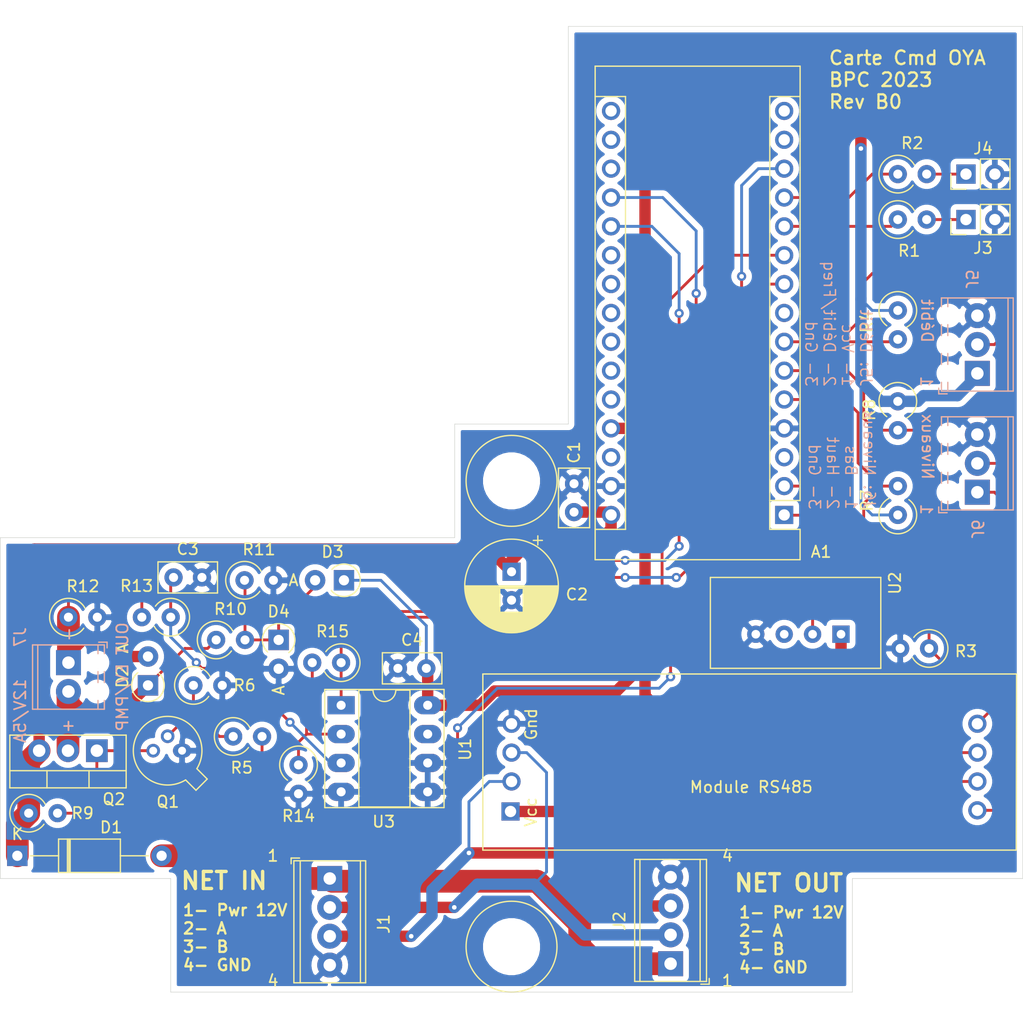
<source format=kicad_pcb>
(kicad_pcb (version 20171130) (host pcbnew "(5.1.9)-1")
  (title_block (title "Carte de commande d'un Oya par RS485") (date 2023-03-24) (rev B0) (company BPC) (comment 2 "Technologie avec modules arduino") (comment 3 "Monitoring de la tension et du courant de la charge") (comment 4 "1 sortie 12V/5A - 2 TOR - 2 débimètres - 2 LEDs - Temp - RS485"))
  (layers (0 F.Cu signal) (31 B.Cu signal) (34 B.Paste user) (35 F.Paste user) (36 B.SilkS user) (37 F.SilkS user) (38 B.Mask user) (39 F.Mask user) (44 Edge.Cuts user))
  (net 0 "")
  (net 1 "Net-(A1-Pad16)")
  (net 2 "Net-(A1-Pad15)")
  (net 3 "Net-(A1-Pad30)")
  (net 4 "Net-(A1-Pad14)")
  (net 5 GND)
  (net 6 "Net-(A1-Pad28)")
  (net 7 Vcc)
  (net 8 "Net-(A1-Pad26)")
  (net 9 IN_LVL_LOW)
  (net 10 "Net-(A1-Pad25)")
  (net 11 IN_LVL_HIGH)
  (net 12 "Net-(A1-Pad24)")
  (net 13 "Net-(A1-Pad8)")
  (net 14 "Net-(A1-Pad23)")
  (net 15 CMD_EV)
  (net 16 "Net-(A1-Pad22)")
  (net 17 "Net-(A1-Pad21)")
  (net 18 TXEN)
  (net 19 "Net-(A1-Pad3)")
  (net 20 "Net-(A1-Pad18)")
  (net 21 RX)
  (net 22 "Net-(A1-Pad17)")
  (net 23 TX)
  (net 24 "Net-(D1-Pad2)")
  (net 25 "Net-(J1-Pad3)")
  (net 26 "Net-(J1-Pad2)")
  (net 27 LED2)
  (net 28 LED1)
  (net 29 FLOW_IN)
  (net 30 "Net-(D2-Pad1)")
  (net 31 "Net-(J3-Pad1)")
  (net 32 "Net-(J4-Pad1)")
  (net 33 "Net-(Q1-Pad3)")
  (net 34 "Net-(Q1-Pad2)")
  (net 35 TEMP)
  (net 36 "Net-(U2-Pad3)")
  (net 37 MES_V)
  (net 38 MES_I)
  (net 39 "Net-(C3-Pad2)")
  (net 40 "Net-(D2-Pad2)")
  (net 41 "Net-(R14-Pad1)")
  (net 42 "Net-(U3-Pad7)")
  (module bpc:BPC_Mod485 (layer F.Cu) (at 146 114 90)
    (fp_text reference U1 (at 5.375 -4.075 90) (layer F.SilkS))
    (fp_text value BPC_Mod485 hide)
    (fp_text user Gnd (at 7.575 1.725 90) (layer F.SilkS))
    (fp_text user Vcc (at -0.15 1.7 90) (layer F.SilkS))
    (fp_text user "Module RS485" (at 2.05 21.1) (layer F.SilkS))
    (pad 8 thru_hole oval (at 0 41 90) (size 1.6 1.6) (drill 1) (layers *.Cu *.Mask) (net 21 RX))
    (pad 7 thru_hole oval (at 2.54 41 90) (size 1.6 1.6) (drill 1) (layers *.Cu *.Mask) (net 18 TXEN))
    (pad 6 thru_hole oval (at 5.08 41 90) (size 1.6 1.6) (drill 1) (layers *.Cu *.Mask) (net 18 TXEN))
    (pad 5 thru_hole oval (at 7.62 41 90) (size 1.6 1.6) (drill 1) (layers *.Cu *.Mask) (net 23 TX))
    (pad 4 thru_hole oval (at 7.62 0 90) (size 1.6 1.6) (drill 1) (layers *.Cu *.Mask) (net 5 GND))
    (pad 3 thru_hole oval (at 5.08 0 90) (size 1.6 1.6) (drill 1) (layers *.Cu *.Mask) (net 26 "Net-(J1-Pad2)"))
    (pad 2 thru_hole oval (at 2.54 0 90) (size 1.6 1.6) (drill 1) (layers *.Cu *.Mask) (net 25 "Net-(J1-Pad3)"))
    (pad 1 thru_hole rect (at -0.1 -0.09 90) (size 1.6 1.6) (drill 1) (layers *.Cu *.Mask) (net 7 Vcc))
  )
  (module Capacitor_THT:C_Disc_D5.0mm_W2.5mm_P2.50mm (layer F.Cu) (at 136 101.5)
    (fp_text reference C4 (at 1.25 -2.5) (layer F.SilkS))
    (fp_text value 100n)
    (pad 2 thru_hole circle (at 2.5 0) (size 1.6 1.6) (drill 0.8) (layers *.Cu *.Mask) (net 7 Vcc))
    (pad 1 thru_hole circle (at 0 0) (size 1.6 1.6) (drill 0.8) (layers *.Cu *.Mask) (net 5 GND))
  )
  (module Package_DIP:DIP-8_W7.62mm_Socket_LongPads (layer F.Cu) (at 131 104.75)
    (fp_text reference U3 (at 3.75 10.25) (layer F.SilkS))
    (fp_text value LM358)
    (pad 8 thru_hole oval (at 7.62 0) (size 2.4 1.6) (drill 0.8) (layers *.Cu *.Mask) (net 7 Vcc))
    (pad 4 thru_hole oval (at 0 7.62) (size 2.4 1.6) (drill 0.8) (layers *.Cu *.Mask) (net 5 GND))
    (pad 7 thru_hole oval (at 7.62 2.54) (size 2.4 1.6) (drill 0.8) (layers *.Cu *.Mask) (net 42 "Net-(U3-Pad7)"))
    (pad 3 thru_hole oval (at 0 5.08) (size 2.4 1.6) (drill 0.8) (layers *.Cu *.Mask) (net 39 "Net-(C3-Pad2)"))
    (pad 6 thru_hole oval (at 7.62 5.08) (size 2.4 1.6) (drill 0.8) (layers *.Cu *.Mask) (net 5 GND))
    (pad 2 thru_hole oval (at 0 2.54) (size 2.4 1.6) (drill 0.8) (layers *.Cu *.Mask) (net 41 "Net-(R14-Pad1)"))
    (pad 5 thru_hole oval (at 7.62 7.62) (size 2.4 1.6) (drill 0.8) (layers *.Cu *.Mask) (net 5 GND))
    (pad 1 thru_hole rect (at 0 0) (size 2.4 1.6) (drill 0.8) (layers *.Cu *.Mask) (net 38 MES_I))
  )
  (module Resistor_THT:R_Axial_DIN0309_L9.0mm_D3.2mm_P2.54mm_Vertical (layer F.Cu) (at 131 101 180)
    (fp_text reference R15 (at 0.75 2.75) (layer F.SilkS))
    (fp_text value 32k)
    (pad 2 thru_hole oval (at 2.54 0 180) (size 1.6 1.6) (drill 0.8) (layers *.Cu *.Mask) (net 41 "Net-(R14-Pad1)"))
    (pad 1 thru_hole circle (at 0 0 180) (size 1.6 1.6) (drill 0.8) (layers *.Cu *.Mask) (net 38 MES_I))
  )
  (module Resistor_THT:R_Axial_DIN0309_L9.0mm_D3.2mm_P2.54mm_Vertical (layer F.Cu) (at 127.25 110 270)
    (fp_text reference R14 (at 4.5 0 180) (layer F.SilkS))
    (fp_text value 1k)
    (pad 2 thru_hole oval (at 2.54 0 270) (size 1.6 1.6) (drill 0.8) (layers *.Cu *.Mask) (net 5 GND))
    (pad 1 thru_hole circle (at 0 0 270) (size 1.6 1.6) (drill 0.8) (layers *.Cu *.Mask) (net 41 "Net-(R14-Pad1)"))
  )
  (module Resistor_THT:R_Axial_DIN0309_L9.0mm_D3.2mm_P2.54mm_Vertical (layer F.Cu) (at 116 97 180)
    (fp_text reference R13 (at 3 2.75) (layer F.SilkS))
    (fp_text value 10k)
    (pad 2 thru_hole oval (at 2.54 0 180) (size 1.6 1.6) (drill 0.8) (layers *.Cu *.Mask) (net 40 "Net-(D2-Pad2)"))
    (pad 1 thru_hole circle (at 0 0 180) (size 1.6 1.6) (drill 0.8) (layers *.Cu *.Mask) (net 39 "Net-(C3-Pad2)"))
  )
  (module Resistor_THT:R_Axial_DIN0309_L9.0mm_D3.2mm_P2.54mm_Vertical (layer F.Cu) (at 107 97)
    (fp_text reference R12 (at 1.27 -2.72) (layer F.SilkS))
    (fp_text value 30mR)
    (pad 2 thru_hole oval (at 2.54 0) (size 1.6 1.6) (drill 0.8) (layers *.Cu *.Mask) (net 5 GND))
    (pad 1 thru_hole circle (at 0 0) (size 1.6 1.6) (drill 0.8) (layers *.Cu *.Mask) (net 40 "Net-(D2-Pad2)"))
  )
  (module Resistor_THT:R_Axial_DIN0309_L9.0mm_D3.2mm_P2.54mm_Vertical (layer F.Cu) (at 122.5 93.75)
    (fp_text reference R11 (at 1.27 -2.72) (layer F.SilkS))
    (fp_text value 40k)
    (pad 2 thru_hole oval (at 2.54 0) (size 1.6 1.6) (drill 0.8) (layers *.Cu *.Mask) (net 5 GND))
    (pad 1 thru_hole circle (at 0 0) (size 1.6 1.6) (drill 0.8) (layers *.Cu *.Mask) (net 37 MES_V))
  )
  (module Resistor_THT:R_Axial_DIN0309_L9.0mm_D3.2mm_P2.54mm_Vertical (layer F.Cu) (at 120 99)
    (fp_text reference R10 (at 1.27 -2.72) (layer F.SilkS))
    (fp_text value 100k)
    (pad 2 thru_hole oval (at 2.54 0) (size 1.6 1.6) (drill 0.8) (layers *.Cu *.Mask) (net 37 MES_V))
    (pad 1 thru_hole circle (at 0 0) (size 1.6 1.6) (drill 0.8) (layers *.Cu *.Mask) (net 30 "Net-(D2-Pad1)"))
  )
  (module Diode_THT:D_A-405_P2.54mm_Vertical_AnodeUp (layer F.Cu) (at 125.5 99 270)
    (fp_text reference D4 (at -2.5 0 180) (layer F.SilkS))
    (fp_text value D)
    (fp_text user A (at 4.44 0 90) (layer F.SilkS))
    (pad 2 thru_hole oval (at 2.54 0 270) (size 1.8 1.8) (drill 0.9) (layers *.Cu *.Mask) (net 5 GND))
    (pad 1 thru_hole rect (at 0 0 270) (size 1.8 1.8) (drill 0.9) (layers *.Cu *.Mask) (net 37 MES_V))
  )
  (module Diode_THT:D_A-405_P2.54mm_Vertical_AnodeUp (layer F.Cu) (at 131.25 93.75 180)
    (fp_text reference D3 (at 1 2.5) (layer F.SilkS))
    (fp_text value D)
    (fp_text user A (at 4.44 0) (layer F.SilkS))
    (pad 2 thru_hole oval (at 2.54 0 180) (size 1.8 1.8) (drill 0.9) (layers *.Cu *.Mask) (net 37 MES_V))
    (pad 1 thru_hole rect (at 0 0 180) (size 1.8 1.8) (drill 0.9) (layers *.Cu *.Mask) (net 7 Vcc))
  )
  (module Capacitor_THT:C_Disc_D5.0mm_W2.5mm_P2.50mm (layer F.Cu) (at 118.75 93.5 180)
    (fp_text reference C3 (at 1.25 2.5) (layer F.SilkS))
    (fp_text value 100n)
    (pad 2 thru_hole circle (at 2.5 0 180) (size 1.6 1.6) (drill 0.8) (layers *.Cu *.Mask) (net 39 "Net-(C3-Pad2)"))
    (pad 1 thru_hole circle (at 0 0 180) (size 1.6 1.6) (drill 0.8) (layers *.Cu *.Mask) (net 5 GND))
  )
  (module bpc:BPC_DHT22 (layer F.Cu) (at 175 98.5 270)
    (fp_text reference U2 (at -4.5 -4.75 90) (layer F.SilkS))
    (fp_text value BPC_DHT22)
    (pad 4 thru_hole circle (at 0 7.5 270) (size 1.524 1.524) (drill 0.762) (layers *.Cu *.Mask) (net 5 GND))
    (pad 3 thru_hole circle (at 0 5 270) (size 1.524 1.524) (drill 0.762) (layers *.Cu *.Mask) (net 36 "Net-(U2-Pad3)"))
    (pad 2 thru_hole circle (at 0 2.5 270) (size 1.524 1.524) (drill 0.762) (layers *.Cu *.Mask) (net 35 TEMP))
    (pad 1 thru_hole rect (at 0 0 270) (size 1.524 1.524) (drill 0.762) (layers *.Cu *.Mask) (net 7 Vcc))
  )
  (module Resistor_THT:R_Axial_DIN0309_L9.0mm_D3.2mm_P2.54mm_Vertical (layer F.Cu) (at 180 78 270)
    (fp_text reference R8 (at 0.75 2.5 90) (layer F.SilkS))
    (fp_text value 100k)
    (pad 2 thru_hole oval (at 2.54 0 270) (size 1.6 1.6) (drill 0.8) (layers *.Cu *.Mask) (net 11 IN_LVL_HIGH))
    (pad 1 thru_hole circle (at 0 0 270) (size 1.6 1.6) (drill 0.8) (layers *.Cu *.Mask) (net 7 Vcc))
  )
  (module Resistor_THT:R_Axial_DIN0309_L9.0mm_D3.2mm_P2.54mm_Vertical (layer F.Cu) (at 180 88 90)
    (fp_text reference R7 (at 1.27 -2.72 90) (layer F.SilkS))
    (fp_text value 100k)
    (pad 2 thru_hole oval (at 2.54 0 90) (size 1.6 1.6) (drill 0.8) (layers *.Cu *.Mask) (net 9 IN_LVL_LOW))
    (pad 1 thru_hole circle (at 0 0 90) (size 1.6 1.6) (drill 0.8) (layers *.Cu *.Mask) (net 7 Vcc))
  )
  (module Resistor_THT:R_Axial_DIN0309_L9.0mm_D3.2mm_P2.54mm_Vertical (layer F.Cu) (at 180 70 270)
    (fp_text reference R4 (at 1 2.75 90) (layer F.SilkS))
    (fp_text value 100k)
    (pad 2 thru_hole oval (at 2.54 0 270) (size 1.6 1.6) (drill 0.8) (layers *.Cu *.Mask) (net 29 FLOW_IN))
    (pad 1 thru_hole circle (at 0 0 270) (size 1.6 1.6) (drill 0.8) (layers *.Cu *.Mask) (net 7 Vcc))
  )
  (module Resistor_THT:R_Axial_DIN0309_L9.0mm_D3.2mm_P2.54mm_Vertical (layer F.Cu) (at 182.75 99.75 180)
    (fp_text reference R3 (at -3.25 -0.25) (layer F.SilkS))
    (fp_text value 100k)
    (pad 2 thru_hole oval (at 2.54 0 180) (size 1.6 1.6) (drill 0.8) (layers *.Cu *.Mask) (net 5 GND))
    (pad 1 thru_hole circle (at 0 0 180) (size 1.6 1.6) (drill 0.8) (layers *.Cu *.Mask) (net 18 TXEN))
  )
  (module Resistor_THT:R_Axial_DIN0309_L9.0mm_D3.2mm_P2.54mm_Vertical (layer F.Cu) (at 180 58)
    (fp_text reference R2 (at 1.27 -2.72) (layer F.SilkS))
    (fp_text value 150)
    (pad 2 thru_hole oval (at 2.54 0) (size 1.6 1.6) (drill 0.8) (layers *.Cu *.Mask) (net 32 "Net-(J4-Pad1)"))
    (pad 1 thru_hole circle (at 0 0) (size 1.6 1.6) (drill 0.8) (layers *.Cu *.Mask) (net 27 LED2))
  )
  (module Resistor_THT:R_Axial_DIN0309_L9.0mm_D3.2mm_P2.54mm_Vertical (layer F.Cu) (at 180 62)
    (fp_text reference R1 (at 1 2.75) (layer F.SilkS))
    (fp_text value 150)
    (pad 2 thru_hole oval (at 2.54 0) (size 1.6 1.6) (drill 0.8) (layers *.Cu *.Mask) (net 31 "Net-(J3-Pad1)"))
    (pad 1 thru_hole circle (at 0 0) (size 1.6 1.6) (drill 0.8) (layers *.Cu *.Mask) (net 28 LED1))
  )
  (module TerminalBlock_Phoenix:TerminalBlock_Phoenix_MPT-0,5-3-2.54_1x03_P2.54mm_Horizontal (layer B.Cu) (at 187 86 90)
    (fp_text reference J6 (at -3.25 0 270 unlocked) (layer B.SilkS) (effects (justify mirror)))
    (fp_text value Niveau)
    (pad "" np_thru_hole circle (at 5.08 -2.54 90) (size 1.1 1.1) (drill 1.1) (layers *.Cu *.Mask))
    (pad 3 thru_hole circle (at 5.08 0 90) (size 2.2 2.2) (drill 1.1) (layers *.Cu *.Mask) (net 5 GND))
    (pad "" np_thru_hole circle (at 2.54 -2.54 90) (size 1.1 1.1) (drill 1.1) (layers *.Cu *.Mask))
    (pad 2 thru_hole circle (at 2.54 0 90) (size 2.2 2.2) (drill 1.1) (layers *.Cu *.Mask) (net 11 IN_LVL_HIGH))
    (pad "" np_thru_hole circle (at 0 -2.54 90) (size 1.1 1.1) (drill 1.1) (layers *.Cu *.Mask))
    (pad 1 thru_hole rect (at 0 0 90) (size 2.2 2.2) (drill 1.1) (layers *.Cu *.Mask) (net 9 IN_LVL_LOW))
  )
  (module TerminalBlock_Phoenix:TerminalBlock_Phoenix_MPT-0,5-3-2.54_1x03_P2.54mm_Horizontal (layer B.Cu) (at 187 75.54 90)
    (fp_text reference J5 (at 8.29 -0.5 270 unlocked) (layer B.SilkS) (effects (justify mirror)))
    (fp_text value Debit)
    (pad "" np_thru_hole circle (at 5.08 -2.54 90) (size 1.1 1.1) (drill 1.1) (layers *.Cu *.Mask))
    (pad 3 thru_hole circle (at 5.08 0 90) (size 2.2 2.2) (drill 1.1) (layers *.Cu *.Mask) (net 5 GND))
    (pad "" np_thru_hole circle (at 2.54 -2.54 90) (size 1.1 1.1) (drill 1.1) (layers *.Cu *.Mask))
    (pad 2 thru_hole circle (at 2.54 0 90) (size 2.2 2.2) (drill 1.1) (layers *.Cu *.Mask) (net 29 FLOW_IN))
    (pad "" np_thru_hole circle (at 0 -2.54 90) (size 1.1 1.1) (drill 1.1) (layers *.Cu *.Mask))
    (pad 1 thru_hole rect (at 0 0 90) (size 2.2 2.2) (drill 1.1) (layers *.Cu *.Mask) (net 7 Vcc))
  )
  (module Connector_PinHeader_2.54mm:PinHeader_1x02_P2.54mm_Vertical (layer F.Cu) (at 186 58 90)
    (fp_text reference J4 (at 2.25 1.5 180) (layer F.SilkS))
    (fp_text value LED)
    (pad 2 thru_hole oval (at 0 2.54 90) (size 1.7 1.7) (drill 1) (layers *.Cu *.Mask) (net 5 GND))
    (pad 1 thru_hole rect (at 0 0 90) (size 1.7 1.7) (drill 1) (layers *.Cu *.Mask) (net 32 "Net-(J4-Pad1)"))
  )
  (module Connector_PinHeader_2.54mm:PinHeader_1x02_P2.54mm_Vertical (layer F.Cu) (at 186 62 90)
    (fp_text reference J3 (at -2.5 1.5 180) (layer F.SilkS))
    (fp_text value LED)
    (pad 2 thru_hole oval (at 0 2.54 90) (size 1.7 1.7) (drill 1) (layers *.Cu *.Mask) (net 5 GND))
    (pad 1 thru_hole rect (at 0 0 90) (size 1.7 1.7) (drill 1) (layers *.Cu *.Mask) (net 31 "Net-(J3-Pad1)"))
  )
  (module Diode_THT:D_A-405_P2.54mm_Vertical_AnodeUp (layer F.Cu) (at 114 103 90)
    (fp_text reference D2 (at 0.75 -2.25 90) (layer F.SilkS))
    (fp_text value D)
    (fp_text user A (at 3.25 -2.25 90) (layer F.SilkS))
    (pad 2 thru_hole oval (at 2.54 0 90) (size 1.8 1.8) (drill 0.9) (layers *.Cu *.Mask) (net 40 "Net-(D2-Pad2)"))
    (pad 1 thru_hole rect (at 0 0 90) (size 1.8 1.8) (drill 0.9) (layers *.Cu *.Mask) (net 30 "Net-(D2-Pad1)"))
  )
  (module Capacitor_THT:C_Disc_D5.0mm_W2.5mm_P2.50mm (layer F.Cu) (at 151.5 85.25 270)
    (fp_text reference C1 (at -2.75 0 90) (layer F.SilkS))
    (fp_text value 10n)
    (pad 2 thru_hole circle (at 2.5 0 270) (size 1.6 1.6) (drill 0.8) (layers *.Cu *.Mask) (net 3 "Net-(A1-Pad30)"))
    (pad 1 thru_hole circle (at 0 0 270) (size 1.6 1.6) (drill 0.8) (layers *.Cu *.Mask) (net 5 GND))
  )
  (module bpc:BPC_Trou4mm_Fixation (layer F.Cu) (at 146 126)
    (fp_text reference REF** hide)
    (fp_text value BPC_Trou4mm_Fixation)
    (pad "" np_thru_hole circle (at 0 0) (size 4 4) (drill 4) (layers *.Cu *.Mask))
  )
  (module Resistor_THT:R_Axial_DIN0309_L9.0mm_D3.2mm_P2.54mm_Vertical (layer F.Cu) (at 103.5 114.25)
    (fp_text reference R9 (at 4.75 0) (layer F.SilkS))
    (fp_text value 100k)
    (pad 2 thru_hole oval (at 2.54 0) (size 1.6 1.6) (drill 0.8) (layers *.Cu *.Mask) (net 33 "Net-(Q1-Pad3)"))
    (pad 1 thru_hole circle (at 0 0) (size 1.6 1.6) (drill 0.8) (layers *.Cu *.Mask) (net 3 "Net-(A1-Pad30)"))
  )
  (module Resistor_THT:R_Axial_DIN0309_L9.0mm_D3.2mm_P2.54mm_Vertical (layer F.Cu) (at 118 103)
    (fp_text reference R6 (at 4.5 0) (layer F.SilkS))
    (fp_text value 100k)
    (pad 2 thru_hole oval (at 2.54 0) (size 1.6 1.6) (drill 0.8) (layers *.Cu *.Mask) (net 5 GND))
    (pad 1 thru_hole circle (at 0 0) (size 1.6 1.6) (drill 0.8) (layers *.Cu *.Mask) (net 34 "Net-(Q1-Pad2)"))
  )
  (module Resistor_THT:R_Axial_DIN0309_L9.0mm_D3.2mm_P2.54mm_Vertical (layer F.Cu) (at 121.5 107.5)
    (fp_text reference R5 (at 0.75 2.75) (layer F.SilkS))
    (fp_text value 100)
    (pad 2 thru_hole oval (at 2.54 0) (size 1.6 1.6) (drill 0.8) (layers *.Cu *.Mask) (net 15 CMD_EV))
    (pad 1 thru_hole circle (at 0 0) (size 1.6 1.6) (drill 0.8) (layers *.Cu *.Mask) (net 34 "Net-(Q1-Pad2)"))
  )
  (module Package_TO_SOT_THT:TO-220-3_Vertical (layer F.Cu) (at 109.5 108.75 180)
    (fp_text reference Q2 (at -1.5 -4.27) (layer F.SilkS))
    (fp_text value P03P4L-04)
    (pad 3 thru_hole oval (at 5.08 0 180) (size 1.905 2) (drill 1.1) (layers *.Cu *.Mask) (net 3 "Net-(A1-Pad30)"))
    (pad 2 thru_hole oval (at 2.54 0 180) (size 1.905 2) (drill 1.1) (layers *.Cu *.Mask) (net 30 "Net-(D2-Pad1)"))
    (pad 1 thru_hole rect (at 0 0 180) (size 1.905 2) (drill 1.1) (layers *.Cu *.Mask) (net 33 "Net-(Q1-Pad3)"))
  )
  (module Package_TO_SOT_THT:TO-18-3 (layer F.Cu) (at 117 108.75 180)
    (fp_text reference Q1 (at 1.25 -4.5) (layer F.SilkS))
    (fp_text value BPC_2N2222A)
    (pad 3 thru_hole oval (at 2.54 0 180) (size 1.2 1.2) (drill 0.7) (layers *.Cu *.Mask) (net 33 "Net-(Q1-Pad3)"))
    (pad 2 thru_hole oval (at 1.27 1.27 180) (size 1.2 1.2) (drill 0.7) (layers *.Cu *.Mask) (net 34 "Net-(Q1-Pad2)"))
    (pad 1 thru_hole oval (at 0 0 180) (size 1.6 1.2) (drill 0.7) (layers *.Cu *.Mask) (net 5 GND))
  )
  (module TerminalBlock_Phoenix:TerminalBlock_Phoenix_MPT-0,5-2-2.54_1x02_P2.54mm_Horizontal (layer B.Cu) (at 107 101 270)
    (fp_text reference J7 (at -2.25 4.25 270) (layer B.SilkS) (effects (justify mirror)))
    (fp_text value "Electrovanne 12V")
    (pad "" np_thru_hole circle (at 2.54 -2.54 270) (size 1.1 1.1) (drill 1.1) (layers *.Cu *.Mask))
    (pad 2 thru_hole circle (at 2.54 0 270) (size 2.2 2.2) (drill 1.1) (layers *.Cu *.Mask) (net 30 "Net-(D2-Pad1)"))
    (pad "" np_thru_hole circle (at 0 -2.54 270) (size 1.1 1.1) (drill 1.1) (layers *.Cu *.Mask))
    (pad 1 thru_hole rect (at 0 0 270) (size 2.2 2.2) (drill 1.1) (layers *.Cu *.Mask) (net 40 "Net-(D2-Pad2)"))
  )
  (module TerminalBlock_Phoenix:TerminalBlock_Phoenix_MPT-0,5-4-2.54_1x04_P2.54mm_Horizontal (layer F.Cu) (at 160 127.5 90)
    (fp_text reference J2 (at 3.75 -4.5 90) (layer F.SilkS))
    (fp_text value "NETWORK OUT")
    (pad 4 thru_hole circle (at 7.62 0 90) (size 2.2 2.2) (drill 1.1) (layers *.Cu *.Mask) (net 5 GND))
    (pad 3 thru_hole circle (at 5.08 0 90) (size 2.2 2.2) (drill 1.1) (layers *.Cu *.Mask) (net 25 "Net-(J1-Pad3)"))
    (pad 2 thru_hole circle (at 2.54 0 90) (size 2.2 2.2) (drill 1.1) (layers *.Cu *.Mask) (net 26 "Net-(J1-Pad2)"))
    (pad 1 thru_hole rect (at 0 0 90) (size 2.2 2.2) (drill 1.1) (layers *.Cu *.Mask) (net 24 "Net-(D1-Pad2)"))
  )
  (module TerminalBlock_Phoenix:TerminalBlock_Phoenix_MPT-0,5-4-2.54_1x04_P2.54mm_Horizontal (layer F.Cu) (at 130 120 270)
    (fp_text reference J1 (at 4 -4.75 90) (layer F.SilkS))
    (fp_text value "NETWORK IN")
    (pad 4 thru_hole circle (at 7.62 0 270) (size 2.2 2.2) (drill 1.1) (layers *.Cu *.Mask) (net 5 GND))
    (pad 3 thru_hole circle (at 5.08 0 270) (size 2.2 2.2) (drill 1.1) (layers *.Cu *.Mask) (net 25 "Net-(J1-Pad3)"))
    (pad 2 thru_hole circle (at 2.54 0 270) (size 2.2 2.2) (drill 1.1) (layers *.Cu *.Mask) (net 26 "Net-(J1-Pad2)"))
    (pad 1 thru_hole rect (at 0 0 270) (size 2.2 2.2) (drill 1.1) (layers *.Cu *.Mask) (net 24 "Net-(D1-Pad2)"))
  )
  (module bpc:BPC_Trou4mm_Fixation (layer F.Cu) (at 146 85)
    (fp_text reference REF** hide)
    (fp_text value BPC_Trou4mm_Fixation)
    (pad "" np_thru_hole circle (at 0 0) (size 4 4) (drill 4) (layers *.Cu *.Mask))
  )
  (module bpc:BPC_Arduino_Nano (layer F.Cu) (at 170 88 180)
    (fp_text reference A1 (at -3.25 -3.25) (layer F.SilkS))
    (fp_text value Arduino_Nano_v2.x)
    (pad 16 thru_hole oval (at 15.24 35.56 180) (size 1.6 1.6) (drill 1) (layers *.Cu *.Mask) (net 1 "Net-(A1-Pad16)"))
    (pad 15 thru_hole oval (at 0 35.56 180) (size 1.6 1.6) (drill 1) (layers *.Cu *.Mask) (net 2 "Net-(A1-Pad15)"))
    (pad 30 thru_hole oval (at 15.24 0 180) (size 1.6 1.6) (drill 1) (layers *.Cu *.Mask) (net 3 "Net-(A1-Pad30)"))
    (pad 14 thru_hole oval (at 0 33.02 180) (size 1.6 1.6) (drill 1) (layers *.Cu *.Mask) (net 4 "Net-(A1-Pad14)"))
    (pad 29 thru_hole oval (at 15.24 2.54 180) (size 1.6 1.6) (drill 1) (layers *.Cu *.Mask) (net 5 GND))
    (pad 13 thru_hole oval (at 0 30.48 180) (size 1.6 1.6) (drill 1) (layers *.Cu *.Mask) (net 35 TEMP))
    (pad 28 thru_hole oval (at 15.24 5.08 180) (size 1.6 1.6) (drill 1) (layers *.Cu *.Mask) (net 6 "Net-(A1-Pad28)"))
    (pad 12 thru_hole oval (at 0 27.94 180) (size 1.6 1.6) (drill 1) (layers *.Cu *.Mask) (net 27 LED2))
    (pad 27 thru_hole oval (at 15.24 7.62 180) (size 1.6 1.6) (drill 1) (layers *.Cu *.Mask) (net 7 Vcc))
    (pad 11 thru_hole oval (at 0 25.4 180) (size 1.6 1.6) (drill 1) (layers *.Cu *.Mask) (net 28 LED1))
    (pad 26 thru_hole oval (at 15.24 10.16 180) (size 1.6 1.6) (drill 1) (layers *.Cu *.Mask) (net 8 "Net-(A1-Pad26)"))
    (pad 10 thru_hole oval (at 0 22.86 180) (size 1.6 1.6) (drill 1) (layers *.Cu *.Mask) (net 15 CMD_EV))
    (pad 25 thru_hole oval (at 15.24 12.7 180) (size 1.6 1.6) (drill 1) (layers *.Cu *.Mask) (net 10 "Net-(A1-Pad25)"))
    (pad 9 thru_hole oval (at 0 20.32 180) (size 1.6 1.6) (drill 1) (layers *.Cu *.Mask) (net 18 TXEN))
    (pad 24 thru_hole oval (at 15.24 15.24 180) (size 1.6 1.6) (drill 1) (layers *.Cu *.Mask) (net 12 "Net-(A1-Pad24)"))
    (pad 8 thru_hole oval (at 0 17.78 180) (size 1.6 1.6) (drill 1) (layers *.Cu *.Mask) (net 13 "Net-(A1-Pad8)"))
    (pad 23 thru_hole oval (at 15.24 17.78 180) (size 1.6 1.6) (drill 1) (layers *.Cu *.Mask) (net 14 "Net-(A1-Pad23)"))
    (pad 7 thru_hole oval (at 0 15.24 180) (size 1.6 1.6) (drill 1) (layers *.Cu *.Mask) (net 29 FLOW_IN))
    (pad 22 thru_hole oval (at 15.24 20.32 180) (size 1.6 1.6) (drill 1) (layers *.Cu *.Mask) (net 16 "Net-(A1-Pad22)"))
    (pad 6 thru_hole oval (at 0 12.7 180) (size 1.6 1.6) (drill 1) (layers *.Cu *.Mask) (net 11 IN_LVL_HIGH))
    (pad 21 thru_hole oval (at 15.24 22.86 180) (size 1.6 1.6) (drill 1) (layers *.Cu *.Mask) (net 17 "Net-(A1-Pad21)"))
    (pad 5 thru_hole oval (at 0 10.16 180) (size 1.6 1.6) (drill 1) (layers *.Cu *.Mask) (net 9 IN_LVL_LOW))
    (pad 20 thru_hole oval (at 15.24 25.4 180) (size 1.6 1.6) (drill 1) (layers *.Cu *.Mask) (net 37 MES_V))
    (pad 4 thru_hole oval (at 0 7.62 180) (size 1.6 1.6) (drill 1) (layers *.Cu *.Mask) (net 5 GND))
    (pad 19 thru_hole oval (at 15.24 27.94 180) (size 1.6 1.6) (drill 1) (layers *.Cu *.Mask) (net 38 MES_I))
    (pad 3 thru_hole oval (at 0 5.08 180) (size 1.6 1.6) (drill 1) (layers *.Cu *.Mask) (net 19 "Net-(A1-Pad3)"))
    (pad 18 thru_hole oval (at 15.24 30.48 180) (size 1.6 1.6) (drill 1) (layers *.Cu *.Mask) (net 20 "Net-(A1-Pad18)"))
    (pad 2 thru_hole oval (at 0 2.54 180) (size 1.6 1.6) (drill 1) (layers *.Cu *.Mask) (net 21 RX))
    (pad 17 thru_hole oval (at 15.24 33.02 180) (size 1.6 1.6) (drill 1) (layers *.Cu *.Mask) (net 22 "Net-(A1-Pad17)"))
    (pad 1 thru_hole rect (at 0 0 180) (size 1.6 1.6) (drill 1) (layers *.Cu *.Mask) (net 23 TX))
  )
  (module Capacitor_THT:CP_Radial_D8.0mm_P2.50mm (layer F.Cu) (at 146 93 270)
    (fp_text reference C2 (at 2 -5.75 180) (layer F.SilkS))
    (fp_text value 10µF)
    (pad 2 thru_hole circle (at 2.5 0 270) (size 1.6 1.6) (drill 0.8) (layers *.Cu *.Mask) (net 5 GND))
    (pad 1 thru_hole rect (at 0 0 270) (size 1.6 1.6) (drill 0.8) (layers *.Cu *.Mask) (net 3 "Net-(A1-Pad30)"))
  )
  (module Diode_THT:D_A-405_P12.70mm_Horizontal (layer F.Cu) (at 102.5 118)
    (fp_text reference D1 (at 8.25 -2.5) (layer F.SilkS))
    (fp_text value D)
    (fp_text user K (at 0 -1.9) (layer F.SilkS))
    (pad 2 thru_hole oval (at 12.7 0) (size 1.8 1.8) (drill 0.9) (layers *.Cu *.Mask) (net 24 "Net-(D1-Pad2)"))
    (pad 1 thru_hole rect (at 0 0) (size 1.8 1.8) (drill 0.9) (layers *.Cu *.Mask) (net 3 "Net-(A1-Pad30)"))
  )
  (gr_text "1- Pwr 12V\n2- A\n3- B\n4- GND" (at 165.925 125.4) (layer F.SilkS) (effects (font (size 1 1) (thickness 0.2)) (justify left)))
  (gr_text Niveaux (at 182.625 82 -90) (layer B.SilkS) (effects (font (size 1 1)) (justify mirror)))
  (gr_text "J5: Débit\n1- Vcc\n2- Débit/Freq\n3- Gnd" (at 174.775 76.775 -90) (layer B.SilkS) (effects (font (size 1 1) (thickness 0.125)) (justify left mirror)))
  (gr_text 1 (at 182.5 87.5 270) (layer B.SilkS) (effects (font (size 1 1)) (justify mirror)))
  (gr_text 1 (at 182.5 76.25 270) (layer B.SilkS) (effects (font (size 1 1)) (justify mirror)))
  (gr_text "J6: Niveaux\n1- Bas\n2- Haut\n3- Gnd" (at 175.075 87.6 -90) (layer B.SilkS) (effects (font (size 1 1) (thickness 0.125)) (justify left mirror)))
  (gr_text 12V/5A (at 102.75 105.25 90) (layer B.SilkS) (effects (font (size 1 1)) (justify mirror)))
  (gr_text - (at 107 98.5 90) (layer B.SilkS) (effects (font (size 1 1)) (justify mirror)))
  (gr_text + (at 107 106.5) (layer B.SilkS) (effects (font (size 1 1)) (justify mirror)))
  (gr_text "OUT EV/PMP" (at 111.75 102.25 90) (layer B.SilkS) (effects (font (size 1 1)) (justify mirror)))
  (gr_text "NET OUT" (at 170.4 120.4) (layer F.SilkS) (effects (font (size 1.5 1.5) (thickness 0.3))))
  (gr_text 4 (at 165 118) (layer F.SilkS) (effects (font (size 1 1))))
  (gr_text 1 (at 165 129) (layer F.SilkS) (effects (font (size 1 1))))
  (gr_text 4 (at 125 129) (layer F.SilkS) (effects (font (size 1 1))))
  (gr_text 1 (at 125 118) (layer F.SilkS) (effects (font (size 1 1))))
  (gr_text "NET IN" (at 120.7 120.2) (layer F.SilkS) (effects (font (size 1.5 1.5) (thickness 0.3))))
  (gr_line (start 141 80) (end 151 80) (layer Edge.Cuts) (width 0.05))
  (gr_line (start 141 90) (end 141 80) (layer Edge.Cuts) (width 0.05))
  (gr_line (start 151 45) (end 151 80) (layer Edge.Cuts) (width 0.05))
  (gr_line (start 176 120) (end 191 120) (layer Edge.Cuts) (width 0.05))
  (gr_line (start 176 130) (end 176 120) (layer Edge.Cuts) (width 0.05))
  (gr_line (start 116 130) (end 176 130) (layer Edge.Cuts) (width 0.05))
  (gr_line (start 116 120) (end 116 130) (layer Edge.Cuts) (width 0.05))
  (gr_line (start 101 120) (end 116 120) (layer Edge.Cuts) (width 0.05))
  (gr_text Débit (at 182.575 70.925 -90) (layer B.SilkS) (effects (font (size 1 1)) (justify mirror)))
  (gr_text "Carte Cmd OYA\nBPC 2023\nRev B0" (at 173.825 49.7) (layer F.SilkS) (effects (font (size 1.2 1.2) (thickness 0.2)) (justify left)))
  (gr_text "1- Pwr 12V\n2- A\n3- B\n4- GND" (at 116.975 125.2) (layer F.SilkS) (effects (font (size 1 1) (thickness 0.2)) (justify left)))
  (gr_line (start 191 45) (end 151 45) (layer Edge.Cuts) (width 0.05))
  (gr_line (start 191 120) (end 191 45) (layer Edge.Cuts) (width 0.05))
  (gr_line (start 101 90) (end 141 90) (layer Edge.Cuts) (width 0.05))
  (gr_line (start 101 120) (end 101 90) (layer Edge.Cuts) (width 0.05))
  (segment (start 102.5 115.25) (end 103.5 114.25) (width 2) (layer F.Cu) (net 3))
  (segment (start 102.5 118) (end 102.5 115.25) (width 2) (layer F.Cu) (net 3))
  (segment (start 103.5 109.67) (end 104.42 108.75) (width 2) (layer F.Cu) (net 3))
  (segment (start 103.5 114.25) (end 103.5 109.67) (width 2) (layer F.Cu) (net 3))
  (segment (start 104 91) (end 144 91) (width 1) (layer F.Cu) (net 3))
  (segment (start 103 92) (end 104 91) (width 1) (layer F.Cu) (net 3))
  (segment (start 144 91) (end 146 93) (width 1) (layer F.Cu) (net 3))
  (segment (start 103 105) (end 103 92) (width 1) (layer F.Cu) (net 3))
  (segment (start 104.42 106.42) (end 103 105) (width 1) (layer F.Cu) (net 3))
  (segment (start 104.42 108.75) (end 104.42 106.42) (width 1) (layer F.Cu) (net 3))
  (segment (start 146 93) (end 146 92) (width 1) (layer F.Cu) (net 3))
  (segment (start 146 92) (end 147 91) (width 1) (layer F.Cu) (net 3))
  (segment (start 147 91) (end 153 91) (width 1) (layer F.Cu) (net 3))
  (segment (start 154.76 89.24) (end 154.76 88) (width 1) (layer F.Cu) (net 3))
  (segment (start 153 91) (end 154.76 89.24) (width 1) (layer F.Cu) (net 3))
  (segment (start 154.51 87.75) (end 154.76 88) (width 1) (layer F.Cu) (net 3))
  (segment (start 151.5 87.75) (end 154.51 87.75) (width 1) (layer F.Cu) (net 3))
  (segment (start 156.15 114.1) (end 145.91 114.1) (width 1) (layer F.Cu) (net 7))
  (segment (start 157.75 112.5) (end 156.15 114.1) (width 1) (layer F.Cu) (net 7))
  (segment (start 156.38 80.38) (end 157.75 81.75) (width 1) (layer F.Cu) (net 7))
  (segment (start 154.76 80.38) (end 156.38 80.38) (width 1) (layer F.Cu) (net 7))
  (segment (start 180 88) (end 177.75 88) (width 0.25) (layer B.Cu) (net 7))
  (segment (start 177.75 88) (end 176.75 87) (width 0.25) (layer B.Cu) (net 7))
  (segment (start 177.75 70) (end 180 70) (width 0.25) (layer B.Cu) (net 7))
  (via (at 176.75 55.75) (size 0.8) (drill 0.4) (layers F.Cu B.Cu) (net 7))
  (segment (start 180 78) (end 178.5 78) (width 1) (layer B.Cu) (net 7))
  (segment (start 176.75 76.25) (end 176.75 76) (width 0.25) (layer B.Cu) (net 7))
  (segment (start 178.5 78) (end 176.75 76.25) (width 1) (layer B.Cu) (net 7))
  (segment (start 176.75 76) (end 176.75 71) (width 1) (layer B.Cu) (net 7))
  (segment (start 176.75 87) (end 176.75 76) (width 0.25) (layer B.Cu) (net 7))
  (segment (start 177.75 70) (end 176.75 69) (width 0.25) (layer B.Cu) (net 7))
  (segment (start 176.75 69) (end 176.75 55.75) (width 1) (layer B.Cu) (net 7))
  (segment (start 176.75 71) (end 176.75 69) (width 1) (layer B.Cu) (net 7))
  (segment (start 180 78) (end 181.75 78) (width 1) (layer B.Cu) (net 7))
  (segment (start 181.75 78) (end 182.25 77.5) (width 1) (layer B.Cu) (net 7))
  (segment (start 187 75.54) (end 187 75.75) (width 1) (layer B.Cu) (net 7))
  (segment (start 187 75.75) (end 185.25 77.5) (width 1) (layer B.Cu) (net 7))
  (segment (start 182.25 77.5) (end 185.25 77.5) (width 1) (layer B.Cu) (net 7))
  (segment (start 176.75 55.75) (end 176.75 50.25) (width 1) (layer F.Cu) (net 7))
  (segment (start 176.75 50.25) (end 174.25 47.75) (width 1) (layer F.Cu) (net 7))
  (segment (start 174.25 47.75) (end 160.75 47.75) (width 1) (layer F.Cu) (net 7))
  (segment (start 157.75 50.75) (end 157.75 81.75) (width 1) (layer F.Cu) (net 7))
  (segment (start 160.75 47.75) (end 157.75 50.75) (width 1) (layer F.Cu) (net 7))
  (segment (start 138.62 104.75) (end 143.25 104.75) (width 1) (layer F.Cu) (net 7))
  (segment (start 143.25 104.75) (end 144.5 103.5) (width 1) (layer F.Cu) (net 7))
  (segment (start 155.25 103.5) (end 157.75 101) (width 1) (layer F.Cu) (net 7))
  (segment (start 144.5 103.5) (end 155.25 103.5) (width 1) (layer F.Cu) (net 7))
  (segment (start 157.75 81.75) (end 157.75 101) (width 1) (layer F.Cu) (net 7))
  (segment (start 138.62 101.62) (end 138.5 101.5) (width 1) (layer F.Cu) (net 7))
  (segment (start 138.62 104.75) (end 138.62 101.62) (width 1) (layer F.Cu) (net 7))
  (segment (start 131.25 93.75) (end 134.5 93.75) (width 0.25) (layer B.Cu) (net 7))
  (segment (start 138.5 97.75) (end 138.5 101.5) (width 0.25) (layer B.Cu) (net 7))
  (segment (start 134.5 93.75) (end 138.5 97.75) (width 0.25) (layer B.Cu) (net 7))
  (segment (start 157.75 103.7) (end 157.75 103.925) (width 1) (layer F.Cu) (net 7))
  (segment (start 157.75 101) (end 157.75 103.7) (width 1) (layer F.Cu) (net 7))
  (segment (start 157.75 103.7) (end 157.75 112.5) (width 1) (layer F.Cu) (net 7))
  (segment (start 157.75 103.925) (end 159.85 106.025) (width 1) (layer F.Cu) (net 7))
  (segment (start 173.45 106.025) (end 175 104.475) (width 1) (layer F.Cu) (net 7))
  (segment (start 159.85 106.025) (end 173.45 106.025) (width 1) (layer F.Cu) (net 7))
  (segment (start 175 98.5) (end 175 104.475) (width 1) (layer F.Cu) (net 7))
  (segment (start 187 86) (end 188.5 86) (width 0.25) (layer F.Cu) (net 9))
  (segment (start 188.5 86) (end 189.25 86.75) (width 0.25) (layer F.Cu) (net 9))
  (segment (start 189.25 86.75) (end 189.25 90.75) (width 0.25) (layer F.Cu) (net 9))
  (segment (start 189.25 90.75) (end 188.5 91.5) (width 0.25) (layer F.Cu) (net 9))
  (segment (start 188.5 91.5) (end 178.75 91.5) (width 0.25) (layer F.Cu) (net 9))
  (segment (start 178.75 91.5) (end 177 89.75) (width 0.25) (layer F.Cu) (net 9))
  (segment (start 177 89.75) (end 177 87) (width 0.25) (layer F.Cu) (net 9))
  (segment (start 178.54 85.46) (end 180 85.46) (width 0.25) (layer F.Cu) (net 9))
  (segment (start 177.125 86.875) (end 178.54 85.46) (width 0.25) (layer F.Cu) (net 9))
  (segment (start 177 87) (end 177.125 86.875) (width 0.25) (layer F.Cu) (net 9))
  (segment (start 170 77.84) (end 175.34 77.84) (width 0.25) (layer F.Cu) (net 9))
  (segment (start 175.34 77.84) (end 176.5 79) (width 0.25) (layer F.Cu) (net 9))
  (segment (start 176.5 83.42) (end 178.54 85.46) (width 0.25) (layer F.Cu) (net 9))
  (segment (start 176.5 79) (end 176.5 83.42) (width 0.25) (layer F.Cu) (net 9))
  (segment (start 187 83.46) (end 188.79 83.46) (width 0.25) (layer F.Cu) (net 11))
  (segment (start 188.79 83.46) (end 189.25 83) (width 0.25) (layer F.Cu) (net 11))
  (segment (start 189.25 83) (end 189.25 79.25) (width 0.25) (layer F.Cu) (net 11))
  (segment (start 189.25 79.25) (end 188.75 78.75) (width 0.25) (layer F.Cu) (net 11))
  (segment (start 188.75 78.75) (end 182.75 78.75) (width 0.25) (layer F.Cu) (net 11))
  (segment (start 182.75 78.75) (end 182.25 79.25) (width 0.25) (layer F.Cu) (net 11))
  (segment (start 182.25 79.25) (end 182.25 80) (width 0.25) (layer F.Cu) (net 11))
  (segment (start 181.71 80.54) (end 180 80.54) (width 0.25) (layer F.Cu) (net 11))
  (segment (start 182.25 80) (end 181.71 80.54) (width 0.25) (layer F.Cu) (net 11))
  (segment (start 180 80.54) (end 178.04 80.54) (width 0.25) (layer F.Cu) (net 11))
  (segment (start 178.04 80.54) (end 177 79.5) (width 0.25) (layer F.Cu) (net 11))
  (segment (start 177 79.5) (end 177 76.75) (width 0.25) (layer F.Cu) (net 11))
  (segment (start 175.55 75.3) (end 170 75.3) (width 0.25) (layer F.Cu) (net 11))
  (segment (start 177 76.75) (end 175.55 75.3) (width 0.25) (layer F.Cu) (net 11))
  (segment (start 170 65.14) (end 163.86 65.14) (width 0.25) (layer F.Cu) (net 15))
  (segment (start 163.86 65.14) (end 159.25 69.75) (width 0.25) (layer F.Cu) (net 15))
  (segment (start 159.25 69.75) (end 159.25 96) (width 0.25) (layer F.Cu) (net 15))
  (segment (start 124.04 107.5) (end 124.04 113.04) (width 0.25) (layer F.Cu) (net 15))
  (segment (start 124.04 113.04) (end 126.75 115.75) (width 0.25) (layer F.Cu) (net 15))
  (segment (start 126.75 115.75) (end 139 115.75) (width 0.25) (layer F.Cu) (net 15))
  (segment (start 139 115.75) (end 141.25 113.5) (width 0.25) (layer F.Cu) (net 15))
  (segment (start 141.25 113.5) (end 141.25 106.75) (width 0.25) (layer F.Cu) (net 15))
  (segment (start 141.25 106.75) (end 141.25 106.75) (width 0.25) (layer F.Cu) (net 15))
  (via (at 141.25 106.75) (size 0.8) (drill 0.4) (layers F.Cu B.Cu) (net 15))
  (segment (start 144.75 103.25) (end 150.25 103.25) (width 0.25) (layer B.Cu) (net 15))
  (segment (start 141.25 106.75) (end 144.75 103.25) (width 0.25) (layer B.Cu) (net 15))
  (segment (start 150.25 103.25) (end 159 103.25) (width 0.25) (layer B.Cu) (net 15))
  (via (at 160 102.25) (size 0.8) (drill 0.4) (layers F.Cu B.Cu) (net 15))
  (segment (start 159 103.25) (end 160 102.25) (width 0.25) (layer B.Cu) (net 15))
  (segment (start 160 96.75) (end 159.75 96.5) (width 0.25) (layer F.Cu) (net 15))
  (segment (start 160 102.25) (end 160 96.75) (width 0.25) (layer F.Cu) (net 15))
  (segment (start 159.25 96) (end 159.75 96.5) (width 0.25) (layer F.Cu) (net 15))
  (segment (start 185.46 111.46) (end 187 111.46) (width 0.25) (layer F.Cu) (net 18))
  (segment (start 184 110) (end 185.46 111.46) (width 0.25) (layer F.Cu) (net 18))
  (segment (start 185.08 108.92) (end 184 110) (width 0.25) (layer F.Cu) (net 18))
  (segment (start 187 108.92) (end 185.08 108.92) (width 0.25) (layer F.Cu) (net 18))
  (segment (start 184 101) (end 182.75 99.75) (width 0.25) (layer F.Cu) (net 18))
  (segment (start 184 110) (end 184 101) (width 0.25) (layer F.Cu) (net 18))
  (segment (start 167.82 67.68) (end 170 67.68) (width 0.25) (layer F.Cu) (net 18))
  (segment (start 166.75 89.5) (end 166.75 68.75) (width 0.25) (layer F.Cu) (net 18))
  (segment (start 168.75 91.5) (end 166.75 89.5) (width 0.25) (layer F.Cu) (net 18))
  (segment (start 175.75 91.5) (end 168.75 91.5) (width 0.25) (layer F.Cu) (net 18))
  (segment (start 177.75 93.5) (end 175.75 91.5) (width 0.25) (layer F.Cu) (net 18))
  (segment (start 180.5 93.5) (end 177.75 93.5) (width 0.25) (layer F.Cu) (net 18))
  (segment (start 182.75 95.75) (end 180.5 93.5) (width 0.25) (layer F.Cu) (net 18))
  (segment (start 166.75 68.75) (end 167.82 67.68) (width 0.25) (layer F.Cu) (net 18))
  (segment (start 182.75 99.75) (end 182.75 95.75) (width 0.25) (layer F.Cu) (net 18))
  (segment (start 189.75 112.75) (end 188.5 114) (width 0.25) (layer F.Cu) (net 21))
  (segment (start 189.75 93.75) (end 189.75 112.75) (width 0.25) (layer F.Cu) (net 21))
  (segment (start 188 92) (end 189.75 93.75) (width 0.25) (layer F.Cu) (net 21))
  (segment (start 178.61359 92) (end 188 92) (width 0.25) (layer F.Cu) (net 21))
  (segment (start 188.5 114) (end 187 114) (width 0.25) (layer F.Cu) (net 21))
  (segment (start 176.5364 89.9364) (end 176.54999 89.9364) (width 0.25) (layer F.Cu) (net 21))
  (segment (start 172.06 85.46) (end 176.5364 89.9364) (width 0.25) (layer F.Cu) (net 21))
  (segment (start 176.54999 89.9364) (end 178.61359 92) (width 0.25) (layer F.Cu) (net 21))
  (segment (start 170 85.46) (end 172.06 85.46) (width 0.25) (layer F.Cu) (net 21))
  (segment (start 173.74782 88.02282) (end 170.02282 88.02282) (width 0.25) (layer F.Cu) (net 23))
  (segment (start 178.375 92.65) (end 173.74782 88.02282) (width 0.25) (layer F.Cu) (net 23))
  (segment (start 170.02282 88.02282) (end 170 88) (width 0.25) (layer F.Cu) (net 23))
  (segment (start 187.65 92.65) (end 178.375 92.65) (width 0.25) (layer F.Cu) (net 23))
  (segment (start 189 94) (end 187.65 92.65) (width 0.25) (layer F.Cu) (net 23))
  (segment (start 189 104.38) (end 189 94) (width 0.25) (layer F.Cu) (net 23))
  (segment (start 187 106.38) (end 189 104.38) (width 0.25) (layer F.Cu) (net 23))
  (segment (start 130.239999 120.239999) (end 148.239999 120.239999) (width 2) (layer F.Cu) (net 24))
  (segment (start 130 120) (end 130.239999 120.239999) (width 2) (layer F.Cu) (net 24))
  (segment (start 148.239999 120.239999) (end 152 124) (width 2) (layer F.Cu) (net 24))
  (segment (start 152 124) (end 152 126) (width 2) (layer F.Cu) (net 24))
  (segment (start 153.5 127.5) (end 160 127.5) (width 2) (layer F.Cu) (net 24))
  (segment (start 152 126) (end 153.5 127.5) (width 2) (layer F.Cu) (net 24))
  (segment (start 130 120) (end 122 120) (width 2) (layer F.Cu) (net 24))
  (segment (start 120 118) (end 115.2 118) (width 2) (layer F.Cu) (net 24))
  (segment (start 122 120) (end 120 118) (width 2) (layer F.Cu) (net 24))
  (segment (start 130 125.08) (end 137.17 125.08) (width 1) (layer F.Cu) (net 25))
  (via (at 137.17 125.08) (size 0.8) (drill 0.4) (layers F.Cu B.Cu) (net 25))
  (segment (start 137.17 125.08) (end 139 123.25) (width 1) (layer B.Cu) (net 25))
  (segment (start 139 123.25) (end 139 121.25) (width 1) (layer B.Cu) (net 25))
  (segment (start 139 121.25) (end 139 121) (width 1) (layer B.Cu) (net 25))
  (via (at 142.25 117.75) (size 0.8) (drill 0.4) (layers F.Cu B.Cu) (net 25))
  (segment (start 139 121) (end 142.25 117.75) (width 1) (layer B.Cu) (net 25))
  (segment (start 142.25 117.75) (end 150.5 117.75) (width 1) (layer F.Cu) (net 25))
  (segment (start 155.17 122.42) (end 160 122.42) (width 1) (layer F.Cu) (net 25))
  (segment (start 150.5 117.75) (end 155.17 122.42) (width 1) (layer F.Cu) (net 25))
  (segment (start 142.25 117.75) (end 142.25 113.25) (width 0.25) (layer B.Cu) (net 25))
  (segment (start 144.04 111.46) (end 146 111.46) (width 0.25) (layer B.Cu) (net 25))
  (segment (start 142.25 113.25) (end 144.04 111.46) (width 0.25) (layer B.Cu) (net 25))
  (segment (start 130 122.54) (end 140.96 122.54) (width 1) (layer F.Cu) (net 26))
  (via (at 140.96 122.54) (size 0.8) (drill 0.4) (layers F.Cu B.Cu) (net 26))
  (segment (start 140.96 122.54) (end 143 120.5) (width 1) (layer B.Cu) (net 26))
  (segment (start 143 120.5) (end 148 120.5) (width 1) (layer B.Cu) (net 26))
  (segment (start 152.46 124.96) (end 160 124.96) (width 1) (layer B.Cu) (net 26))
  (segment (start 148 120.5) (end 152.46 124.96) (width 1) (layer B.Cu) (net 26))
  (segment (start 149.08 119.42) (end 148 120.5) (width 0.25) (layer B.Cu) (net 26))
  (segment (start 149.08 110.67) (end 149.08 119.42) (width 0.25) (layer B.Cu) (net 26))
  (segment (start 147.33 108.92) (end 149.08 110.67) (width 0.25) (layer B.Cu) (net 26))
  (segment (start 146 108.92) (end 147.33 108.92) (width 0.25) (layer B.Cu) (net 26))
  (segment (start 180 58) (end 177.75 58) (width 0.25) (layer F.Cu) (net 27))
  (segment (start 175.69 60.06) (end 170 60.06) (width 0.25) (layer F.Cu) (net 27))
  (segment (start 177.75 58) (end 175.69 60.06) (width 0.25) (layer F.Cu) (net 27))
  (segment (start 179.4 62.6) (end 180 62) (width 0.25) (layer F.Cu) (net 28))
  (segment (start 170 62.6) (end 179.4 62.6) (width 0.25) (layer F.Cu) (net 28))
  (segment (start 179.78 72.76) (end 180 72.54) (width 0.25) (layer F.Cu) (net 29))
  (segment (start 187 73) (end 188.5 73) (width 0.25) (layer F.Cu) (net 29))
  (segment (start 188.5 73) (end 189.5 72) (width 0.25) (layer F.Cu) (net 29))
  (segment (start 189.5 72) (end 189.5 68.25) (width 0.25) (layer F.Cu) (net 29))
  (segment (start 189.5 68.25) (end 188 66.75) (width 0.25) (layer F.Cu) (net 29))
  (segment (start 188 66.75) (end 177.75 66.75) (width 0.25) (layer F.Cu) (net 29))
  (segment (start 177.75 66.75) (end 176.5 68) (width 0.25) (layer F.Cu) (net 29))
  (segment (start 176.5 71.02) (end 174.76 72.76) (width 0.25) (layer F.Cu) (net 29))
  (segment (start 174.76 72.76) (end 179.78 72.76) (width 0.25) (layer F.Cu) (net 29))
  (segment (start 176.5 68) (end 176.5 71.02) (width 0.25) (layer F.Cu) (net 29))
  (segment (start 170 72.76) (end 174.76 72.76) (width 0.25) (layer F.Cu) (net 29))
  (segment (start 106.96 103.58) (end 107 103.54) (width 2) (layer F.Cu) (net 30))
  (segment (start 109 106) (end 106.96 103.96) (width 1) (layer F.Cu) (net 30))
  (segment (start 111 106) (end 109 106) (width 1) (layer F.Cu) (net 30))
  (segment (start 114 103) (end 111 106) (width 1) (layer F.Cu) (net 30))
  (segment (start 106.96 103.96) (end 106.96 103.58) (width 2) (layer F.Cu) (net 30))
  (segment (start 106.96 108.75) (end 106.96 103.96) (width 2) (layer F.Cu) (net 30))
  (segment (start 119.25 99.75) (end 120 99) (width 0.25) (layer F.Cu) (net 30))
  (segment (start 117.25 99.75) (end 119.25 99.75) (width 0.25) (layer F.Cu) (net 30))
  (segment (start 114 103) (end 117.25 99.75) (width 0.25) (layer F.Cu) (net 30))
  (segment (start 182.54 62) (end 186 62) (width 0.25) (layer F.Cu) (net 31))
  (segment (start 186 58) (end 182.54 58) (width 0.25) (layer F.Cu) (net 32))
  (segment (start 106.04 114.25) (end 107.75 114.25) (width 0.25) (layer F.Cu) (net 33))
  (segment (start 109.5 112.5) (end 109.5 108.75) (width 0.25) (layer F.Cu) (net 33))
  (segment (start 107.75 114.25) (end 109.5 112.5) (width 0.25) (layer F.Cu) (net 33))
  (segment (start 109.5 108.75) (end 114.46 108.75) (width 0.25) (layer F.Cu) (net 33))
  (segment (start 115.73 107.48) (end 118 105.21) (width 0.25) (layer F.Cu) (net 34))
  (segment (start 118 105.21) (end 118 103) (width 0.25) (layer F.Cu) (net 34))
  (segment (start 120.29 107.5) (end 118 105.21) (width 0.25) (layer F.Cu) (net 34))
  (segment (start 121.5 107.5) (end 120.29 107.5) (width 0.25) (layer F.Cu) (net 34))
  (segment (start 172.5 98.5) (end 172.5 93.5) (width 0.25) (layer F.Cu) (net 35))
  (segment (start 172.5 93.5) (end 171 92) (width 0.25) (layer F.Cu) (net 35))
  (segment (start 171 92) (end 168.5 92) (width 0.25) (layer F.Cu) (net 35))
  (segment (start 168.5 92) (end 166.25 89.75) (width 0.25) (layer F.Cu) (net 35))
  (segment (start 166.25 89.75) (end 166.25 87.75) (width 0.25) (layer F.Cu) (net 35))
  (via (at 166.25 67) (size 0.8) (drill 0.4) (layers F.Cu B.Cu) (net 35))
  (segment (start 166.25 87.75) (end 166.25 67) (width 0.25) (layer F.Cu) (net 35))
  (segment (start 166.25 67) (end 166.25 59) (width 0.25) (layer B.Cu) (net 35))
  (segment (start 167.73 57.52) (end 170 57.52) (width 0.25) (layer B.Cu) (net 35))
  (segment (start 166.25 59) (end 167.73 57.52) (width 0.25) (layer B.Cu) (net 35))
  (segment (start 122.54 99) (end 125.5 99) (width 0.25) (layer F.Cu) (net 37))
  (segment (start 122.54 93.79) (end 122.5 93.75) (width 0.25) (layer F.Cu) (net 37))
  (segment (start 122.54 99) (end 122.54 93.79) (width 0.25) (layer F.Cu) (net 37))
  (segment (start 128.71 94.29) (end 128.71 93.75) (width 0.25) (layer F.Cu) (net 37))
  (segment (start 125.5 99) (end 125.5 97.5) (width 0.25) (layer F.Cu) (net 37))
  (segment (start 126.5 96.5) (end 143.25 96.5) (width 0.25) (layer F.Cu) (net 37))
  (segment (start 125.5 97.5) (end 126.5 96.5) (width 0.25) (layer F.Cu) (net 37))
  (segment (start 126.5 96.5) (end 128.71 94.29) (width 0.25) (layer F.Cu) (net 37))
  (segment (start 143.25 96.5) (end 144.5 97.75) (width 0.25) (layer F.Cu) (net 37))
  (segment (start 144.5 97.75) (end 147.5 97.75) (width 0.25) (layer F.Cu) (net 37))
  (segment (start 147.5 97.75) (end 152 93.25) (width 0.25) (layer F.Cu) (net 37))
  (segment (start 152 93.25) (end 152.75 92.5) (width 0.25) (layer F.Cu) (net 37))
  (segment (start 152.75 92.5) (end 153.25 92) (width 0.25) (layer F.Cu) (net 37))
  (via (at 156 92) (size 0.8) (drill 0.4) (layers F.Cu B.Cu) (net 37))
  (segment (start 153.25 92) (end 156 92) (width 0.25) (layer F.Cu) (net 37))
  (segment (start 156 92) (end 159.5 92) (width 0.25) (layer B.Cu) (net 37))
  (via (at 160.75 90.75) (size 0.8) (drill 0.4) (layers F.Cu B.Cu) (net 37))
  (segment (start 159.5 92) (end 160.75 90.75) (width 0.25) (layer B.Cu) (net 37))
  (segment (start 160.75 90.75) (end 160.75 70.25) (width 0.25) (layer F.Cu) (net 37))
  (via (at 160.75 70.25) (size 0.8) (drill 0.4) (layers F.Cu B.Cu) (net 37))
  (segment (start 160.75 70.25) (end 160.75 65) (width 0.25) (layer B.Cu) (net 37))
  (segment (start 158.35 62.6) (end 154.76 62.6) (width 0.25) (layer B.Cu) (net 37))
  (segment (start 160.75 65) (end 158.35 62.6) (width 0.25) (layer B.Cu) (net 37))
  (segment (start 131 104.75) (end 131 101) (width 0.25) (layer F.Cu) (net 38))
  (segment (start 131 98) (end 131 101) (width 0.25) (layer F.Cu) (net 38))
  (segment (start 132 97) (end 131 98) (width 0.25) (layer F.Cu) (net 38))
  (segment (start 142.75 97) (end 132 97) (width 0.25) (layer F.Cu) (net 38))
  (segment (start 144.25 98.5) (end 142.75 97) (width 0.25) (layer F.Cu) (net 38))
  (segment (start 148.5 98.5) (end 144.25 98.5) (width 0.25) (layer F.Cu) (net 38))
  (segment (start 153.5 93.5) (end 148.5 98.5) (width 0.25) (layer F.Cu) (net 38))
  (segment (start 153.5 93.5) (end 156 93.5) (width 0.25) (layer F.Cu) (net 38))
  (via (at 156 93.5) (size 0.8) (drill 0.4) (layers F.Cu B.Cu) (net 38))
  (via (at 160.5 93.5) (size 0.8) (drill 0.4) (layers F.Cu B.Cu) (net 38))
  (segment (start 160.75 93.5) (end 160.5 93.5) (width 0.25) (layer F.Cu) (net 38))
  (segment (start 160.5 93.5) (end 156 93.5) (width 0.25) (layer B.Cu) (net 38))
  (segment (start 162.25 92) (end 162.25 87.75) (width 0.25) (layer F.Cu) (net 38))
  (segment (start 162.25 92) (end 160.75 93.5) (width 0.25) (layer F.Cu) (net 38))
  (segment (start 162.25 87.75) (end 162.25 68.75) (width 0.25) (layer F.Cu) (net 38))
  (via (at 162.25 68.5) (size 0.8) (drill 0.4) (layers F.Cu B.Cu) (net 38))
  (segment (start 162.25 68.75) (end 162 68.5) (width 0.25) (layer F.Cu) (net 38))
  (segment (start 162.25 68.5) (end 162.25 63) (width 0.25) (layer B.Cu) (net 38))
  (segment (start 159.31 60.06) (end 154.76 60.06) (width 0.25) (layer B.Cu) (net 38))
  (segment (start 162.25 63) (end 159.31 60.06) (width 0.25) (layer B.Cu) (net 38))
  (segment (start 116 93.75) (end 116.25 93.5) (width 0.25) (layer F.Cu) (net 39))
  (segment (start 116 97) (end 116 93.75) (width 0.25) (layer F.Cu) (net 39))
  (segment (start 116 97) (end 116 98.75) (width 0.25) (layer B.Cu) (net 39))
  (via (at 118.25 101) (size 0.8) (drill 0.4) (layers F.Cu B.Cu) (net 39))
  (segment (start 116 98.75) (end 118.25 101) (width 0.25) (layer B.Cu) (net 39))
  (segment (start 118.25 101) (end 118.75 101.5) (width 0.25) (layer F.Cu) (net 39))
  (segment (start 118.75 101.5) (end 121.75 101.5) (width 0.25) (layer F.Cu) (net 39))
  (segment (start 121.75 101.5) (end 126.5 106.25) (width 0.25) (layer F.Cu) (net 39))
  (via (at 126.5 106.25) (size 0.8) (drill 0.4) (layers F.Cu B.Cu) (net 39))
  (segment (start 130.08 109.83) (end 129.5 109.25) (width 0.25) (layer B.Cu) (net 39))
  (segment (start 131 109.83) (end 130.08 109.83) (width 0.25) (layer B.Cu) (net 39))
  (segment (start 129.5 109.25) (end 126.5 106.25) (width 0.25) (layer B.Cu) (net 39))
  (segment (start 107 97) (end 107 95.25) (width 0.25) (layer F.Cu) (net 40))
  (segment (start 107 95.25) (end 107.75 94.5) (width 0.25) (layer F.Cu) (net 40))
  (segment (start 107.75 94.5) (end 112.5 94.5) (width 0.25) (layer F.Cu) (net 40))
  (segment (start 113.46 95.46) (end 113.46 97) (width 0.25) (layer F.Cu) (net 40))
  (segment (start 112.5 94.5) (end 113.46 95.46) (width 0.25) (layer F.Cu) (net 40))
  (segment (start 107 100.25) (end 107 97) (width 2) (layer F.Cu) (net 40))
  (segment (start 107 101) (end 107 100.25) (width 2) (layer F.Cu) (net 40))
  (segment (start 108.25 99) (end 107 100.25) (width 1) (layer F.Cu) (net 40))
  (segment (start 110.25 99) (end 108.25 99) (width 1) (layer F.Cu) (net 40))
  (segment (start 111.71 100.46) (end 110.25 99) (width 1) (layer F.Cu) (net 40))
  (segment (start 114 100.46) (end 111.71 100.46) (width 1) (layer F.Cu) (net 40))
  (segment (start 131 107.29) (end 127.96 107.29) (width 0.25) (layer F.Cu) (net 41))
  (segment (start 128.46 101) (end 128.46 103.04) (width 0.25) (layer F.Cu) (net 41))
  (segment (start 127.96 103.54) (end 127.96 107.29) (width 0.25) (layer F.Cu) (net 41))
  (segment (start 128.46 103.04) (end 127.96 103.54) (width 0.25) (layer F.Cu) (net 41))
  (segment (start 127.25 108) (end 127.96 107.29) (width 0.25) (layer F.Cu) (net 41))
  (segment (start 127.25 110) (end 127.25 108) (width 0.25) (layer F.Cu) (net 41))
  (zone (net 5) (net_name GND) (layer B.Cu) (connect_pads (clearance 0.508)) (min_thickness 0.254) (fill yes (arc_segments 32) (thermal_gap 0.508) (thermal_bridge_width 0.508))
    (polygon (pts (xy 191 120) (xy 176 120) (xy 176 130) (xy 116 130) (xy 116 120) (xy 101 120) (xy 101 90) (xy 141 90) (xy 141 80) (xy 151 80) (xy 151 45) (xy 191 45)))
  )
)
</source>
